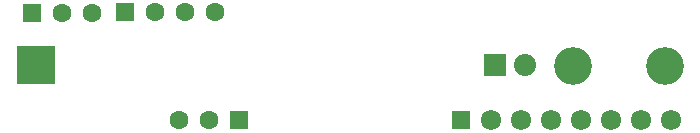
<source format=gbs>
G04 (created by PCBNEW (2013-03-19 BZR 4004)-stable) date 24/05/2013 23:59:16*
%MOIN*%
G04 Gerber Fmt 3.4, Leading zero omitted, Abs format*
%FSLAX34Y34*%
G01*
G70*
G90*
G04 APERTURE LIST*
%ADD10C,0.006*%
%ADD11R,0.125974X0.125974*%
%ADD12C,0.125974*%
%ADD13R,0.062874X0.062874*%
%ADD14C,0.067874*%
%ADD15R,0.062974X0.062974*%
%ADD16C,0.062974*%
%ADD17C,0.062874*%
%ADD18R,0.073874X0.073874*%
%ADD19C,0.073874*%
G04 APERTURE END LIST*
G54D10*
G54D11*
X38110Y-39724D03*
G54D12*
X56023Y-39763D03*
X59094Y-39763D03*
G54D13*
X52287Y-41535D03*
G54D14*
X53287Y-41535D03*
X54287Y-41535D03*
X55287Y-41535D03*
X56287Y-41535D03*
X57287Y-41535D03*
X58287Y-41535D03*
X59287Y-41535D03*
G54D15*
X41098Y-37952D03*
G54D16*
X42098Y-37952D03*
X43098Y-37952D03*
X44098Y-37952D03*
G54D13*
X44897Y-41535D03*
G54D17*
X43897Y-41535D03*
X42897Y-41535D03*
G54D13*
X37976Y-37992D03*
G54D17*
X38976Y-37992D03*
X39976Y-37992D03*
G54D18*
X53437Y-39724D03*
G54D19*
X54437Y-39724D03*
M02*

</source>
